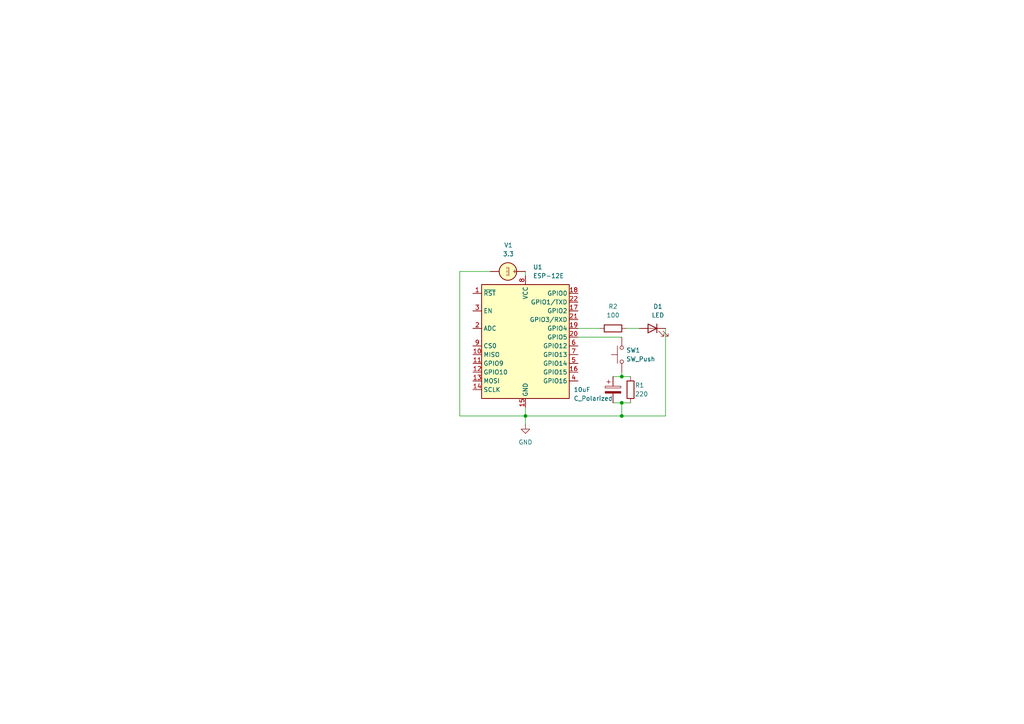
<source format=kicad_sch>
(kicad_sch (version 20231120) (generator "eeschema") (generator_version "8.0")
  (paper "A4")
  (lib_symbols
    (symbol "Device:C_Polarized" (pin_numbers hide) (pin_names (offset 0.254))
      (property "Reference" "C" (at 0.635 2.54 0))
      (property "Value" "C_Polarized" (at 0.635 -2.54 0))
      (symbol "C_Polarized_0_1"
        (rectangle (start -2.286 0.508) (end 2.286 1.016))
        (polyline (pts (xy -1.778 2.286) (xy -0.762 2.286)))
        (polyline (pts (xy -1.27 2.794) (xy -1.27 1.778)))
        (rectangle (start 2.286 -0.508) (end -2.286 -1.016) (fill (type outline)))
      )
      (symbol "C_Polarized_1_1"
        (pin passive line (at 0 3.81 270) (length 2.794) (name "~") (number "1"))
        (pin passive line (at 0 -3.81 90) (length 2.794) (name "~") (number "2"))
      )
    )
    (symbol "Device:LED" (pin_numbers hide) (pin_names (offset 1.016) hide)
      (property "Reference" "D" (at 0 2.54 0))
      (property "Value" "LED" (at 0 -2.54 0))
      (symbol "LED_0_1"
        (polyline (pts (xy -1.27 -1.27) (xy -1.27 1.27)) (stroke (width 0.254)))
        (polyline (pts (xy -1.27 0) (xy 1.27 0)))
        (polyline (pts (xy 1.27 -1.27) (xy 1.27 1.27) (xy -1.27 0) (xy 1.27 -1.27)) (stroke (width 0.254)))
        (polyline (pts (xy -3.048 -0.762) (xy -4.572 -2.286) (xy -3.81 -2.286) (xy -4.572 -2.286) (xy -4.572 -1.524)))
        (polyline (pts (xy -1.778 -0.762) (xy -3.302 -2.286) (xy -2.54 -2.286) (xy -3.302 -2.286) (xy -3.302 -1.524)))
      )
      (symbol "LED_1_1"
        (pin passive line (at -3.81 0 0) (length 2.54) (name "K") (number "1"))
        (pin passive line (at 3.81 0 180) (length 2.54) (name "A") (number "2"))
      )
    )
    (symbol "Device:R" (pin_numbers hide) (pin_names (offset 0))
      (property "Reference" "R" (at 2.032 0 90))
      (property "Value" "R" (at 0 0 90))
      (symbol "R_0_1"
        (rectangle (start -1.016 -2.54) (end 1.016 2.54) (stroke (width 0.254)))
      )
      (symbol "R_1_1"
        (pin passive line (at 0 3.81 270) (length 1.27) (name "~") (number "1"))
        (pin passive line (at 0 -3.81 90) (length 1.27) (name "~") (number "2"))
      )
    )
    (symbol "RF_Module:ESP-12E"
      (property "Reference" "U" (at -12.7 19.05 0))
      (property "Value" "ESP-12E" (at 12.7 19.05 0))
      (symbol "ESP-12E_0_1"
        (rectangle (start -12.7 17.78) (end 12.7 -15.24) (stroke (width 0.254)) (fill (type background)))
      )
      (symbol "ESP-12E_1_1"
        (pin input line (at -15.24 15.24 0) (length 2.54) (name "~{RST}") (number "1"))
        (pin bidirectional line (at -15.24 -2.54 0) (length 2.54) (name "MISO") (number "10"))
        (pin bidirectional line (at -15.24 -5.08 0) (length 2.54) (name "GPIO9") (number "11"))
        (pin bidirectional line (at -15.24 -7.62 0) (length 2.54) (name "GPIO10") (number "12"))
        (pin bidirectional line (at -15.24 -10.16 0) (length 2.54) (name "MOSI") (number "13"))
        (pin bidirectional line (at -15.24 -12.7 0) (length 2.54) (name "SCLK") (number "14"))
        (pin power_in line (at 0 -17.78 90) (length 2.54) (name "GND") (number "15"))
        (pin bidirectional line (at 15.24 -7.62 180) (length 2.54) (name "GPIO15") (number "16"))
        (pin bidirectional line (at 15.24 10.16 180) (length 2.54) (name "GPIO2") (number "17"))
        (pin bidirectional line (at 15.24 15.24 180) (length 2.54) (name "GPIO0") (number "18"))
        (pin bidirectional line (at 15.24 5.08 180) (length 2.54) (name "GPIO4") (number "19"))
        (pin input line (at -15.24 5.08 0) (length 2.54) (name "ADC") (number "2"))
        (pin bidirectional line (at 15.24 2.54 180) (length 2.54) (name "GPIO5") (number "20"))
        (pin bidirectional line (at 15.24 7.62 180) (length 2.54) (name "GPIO3/RXD") (number "21"))
        (pin bidirectional line (at 15.24 12.7 180) (length 2.54) (name "GPIO1/TXD") (number "22"))
        (pin input line (at -15.24 10.16 0) (length 2.54) (name "EN") (number "3"))
        (pin bidirectional line (at 15.24 -10.16 180) (length 2.54) (name "GPIO16") (number "4"))
        (pin bidirectional line (at 15.24 -5.08 180) (length 2.54) (name "GPIO14") (number "5"))
        (pin bidirectional line (at 15.24 0 180) (length 2.54) (name "GPIO12") (number "6"))
        (pin bidirectional line (at 15.24 -2.54 180) (length 2.54) (name "GPIO13") (number "7"))
        (pin power_in line (at 0 20.32 270) (length 2.54) (name "VCC") (number "8"))
        (pin input line (at -15.24 0 0) (length 2.54) (name "CS0") (number "9"))
      )
    )
    (symbol "Simulation_SPICE:VDC" (pin_numbers hide) (pin_names (offset 0.0254))
      (property "Reference" "V" (at 2.54 2.54 0))
      (property "Value" "1" (at 2.54 0 0))
      (symbol "VDC_0_0"
        (polyline (pts (xy -1.27 0.254) (xy 1.27 0.254)))
        (polyline (pts (xy -0.762 -0.254) (xy -1.27 -0.254)))
        (polyline (pts (xy 0.254 -0.254) (xy -0.254 -0.254)))
        (polyline (pts (xy 1.27 -0.254) (xy 0.762 -0.254)))
        (text "+" (at 0 1.905 0) (effects (font (size 1.27 1.27))))
      )
      (symbol "VDC_0_1"
        (circle (center 0 0) (radius 2.54) (stroke (width 0.254)) (fill (type background)))
      )
      (symbol "VDC_1_1"
        (pin passive line (at 0 5.08 270) (length 2.54) (name "~") (number "1"))
        (pin passive line (at 0 -5.08 90) (length 2.54) (name "~") (number "2"))
      )
    )
    (symbol "Switch:SW_Push" (pin_numbers hide) (pin_names (offset 1.016) hide)
      (property "Reference" "SW" (at 1.27 2.54 0))
      (property "Value" "SW_Push" (at 0 -1.524 0))
      (symbol "SW_Push_0_1"
        (circle (center -2.032 0) (radius 0.508))
        (polyline (pts (xy 0 1.27) (xy 0 3.048)))
        (polyline (pts (xy 2.54 1.27) (xy -2.54 1.27)))
        (circle (center 2.032 0) (radius 0.508))
        (pin passive line (at -5.08 0 0) (length 2.54) (name "1") (number "1"))
        (pin passive line (at 5.08 0 180) (length 2.54) (name "2") (number "2"))
      )
    )
    (symbol "power:GND" (power) (pin_numbers hide) (pin_names (offset 0) hide)
      (property "Value" "GND" (at 0 -3.81 0))
      (symbol "GND_0_1"
        (polyline (pts (xy 0 0) (xy 0 -1.27) (xy 1.27 -1.27) (xy 0 -2.54) (xy -1.27 -1.27) (xy 0 -1.27)))
      )
      (symbol "GND_1_1"
        (pin power_in line (at 0 0 270) (length 0) (name "~") (number "1"))
      )
    )
  )
  (junction (at 180.34 116.84))
  (junction (at 180.34 120.65))
  (junction (at 152.4 120.65))
  (junction (at 180.34 109.22))
  (wire (pts (xy 142.24 78.74) (xy 133.35 78.74)))
  (wire (pts (xy 152.4 120.65) (xy 152.4 123.19)))
  (wire (pts (xy 180.34 120.65) (xy 193.04 120.65)))
  (wire (pts (xy 177.8 116.84) (xy 180.34 116.84)))
  (wire (pts (xy 177.8 109.22) (xy 180.34 109.22)))
  (wire (pts (xy 133.35 120.65) (xy 152.4 120.65)))
  (wire (pts (xy 193.04 120.65) (xy 193.04 95.25)))
  (wire (pts (xy 180.34 109.22) (xy 180.34 107.95)))
  (wire (pts (xy 133.35 78.74) (xy 133.35 120.65)))
  (wire (pts (xy 180.34 109.22) (xy 182.88 109.22)))
  (wire (pts (xy 180.34 116.84) (xy 180.34 120.65)))
  (wire (pts (xy 152.4 78.74) (xy 152.4 80.01)))
  (wire (pts (xy 181.61 95.25) (xy 185.42 95.25)))
  (wire (pts (xy 167.64 95.25) (xy 173.99 95.25)))
  (wire (pts (xy 152.4 118.11) (xy 152.4 120.65)))
  (wire (pts (xy 152.4 120.65) (xy 180.34 120.65)))
  (wire (pts (xy 167.64 97.79) (xy 180.34 97.79)))
  (wire (pts (xy 180.34 116.84) (xy 182.88 116.84)))
  (symbol (lib_id "power:GND") (at 152.4 123.19 0) (unit 1)
    (property "Reference" "#PWR01" (effects (hide yes)))
    (property "Value" "GND" (at 152.4 128.27 0))
    (property "Description" "Power symbol creates a global label with name \"GND\" , ground" (effects (hide yes)))
  )
  (symbol (lib_id "Device:C_Polarized") (at 177.8 113.03 0) (unit 1)
    (property "Reference" "10uF" (at 166.37 113.03 0) (effects (justify left)))
    (property "Value" "C_Polarized" (at 166.37 115.57 0) (effects (justify left)))
    (property "Description" "Polarized capacitor" (effects (hide yes)))
  )
  (symbol (lib_id "Simulation_SPICE:VDC") (at 147.32 78.74 270) (unit 1)
    (property "Reference" "V1" (at 147.4498 71.12 90))
    (property "Value" "3.3" (at 147.4498 73.66 90))
    (property "Datasheet" "https://ngspice.sourceforge.io/docs/ngspice-html-manual/manual.xhtml#sec_Independent_Sources_for" (effects (hide yes)))
    (property "Description" "Voltage source, DC" (effects (hide yes)))
    (property "Sim.Pins" "1=+ 2=-" (effects (hide yes)))
    (property "Sim.Type" "DC" (effects (hide yes)))
    (property "Sim.Device" "V" (effects (hide yes)))
  )
  (symbol (lib_id "Device:LED") (at 189.23 95.25 0) (mirror y) (unit 1)
    (property "Reference" "D1" (at 190.8175 88.9 0))
    (property "Value" "LED" (at 190.8175 91.44 0))
    (property "Description" "Light emitting diode" (effects (hide yes)))
  )
  (symbol (lib_id "Switch:SW_Push") (at 180.34 102.87 90) (unit 1)
    (property "Reference" "SW1" (at 181.61 101.5999 90) (effects (justify right)))
    (property "Value" "SW_Push" (at 181.61 104.1399 90) (effects (justify right)))
    (property "Description" "Push button switch, generic, two pins" (effects (hide yes)))
  )
  (symbol (lib_id "Device:R") (at 177.8 95.25 90) (unit 1)
    (property "Reference" "R2" (at 177.8 88.9 90))
    (property "Value" "100" (at 177.8 91.44 90))
    (property "Description" "Resistor" (effects (hide yes)))
  )
  (symbol (lib_id "RF_Module:ESP-12E") (at 152.4 100.33 0) (unit 1)
    (property "Reference" "U1" (at 154.5941 77.47 0) (effects (justify left)))
    (property "Value" "ESP-12E" (at 154.5941 80.01 0) (effects (justify left)))
    (property "Footprint" "RF_Module:ESP-12E" (effects (hide yes)))
    (property "Datasheet" "http://wiki.ai-thinker.com/_media/esp8266/esp8266_series_modules_user_manual_v1.1.pdf" (effects (hide yes)))
    (property "Description" "802.11 b/g/n Wi-Fi Module" (effects (hide yes)))
  )
  (symbol (lib_id "Device:R") (at 182.88 113.03 0) (unit 1)
    (property "Reference" "R1" (at 184.15 111.76 0) (effects (justify left)))
    (property "Value" "220" (at 184.15 114.3 0) (effects (justify left)))
    (property "Description" "Resistor" (effects (hide yes)))
  )
)
</source>
